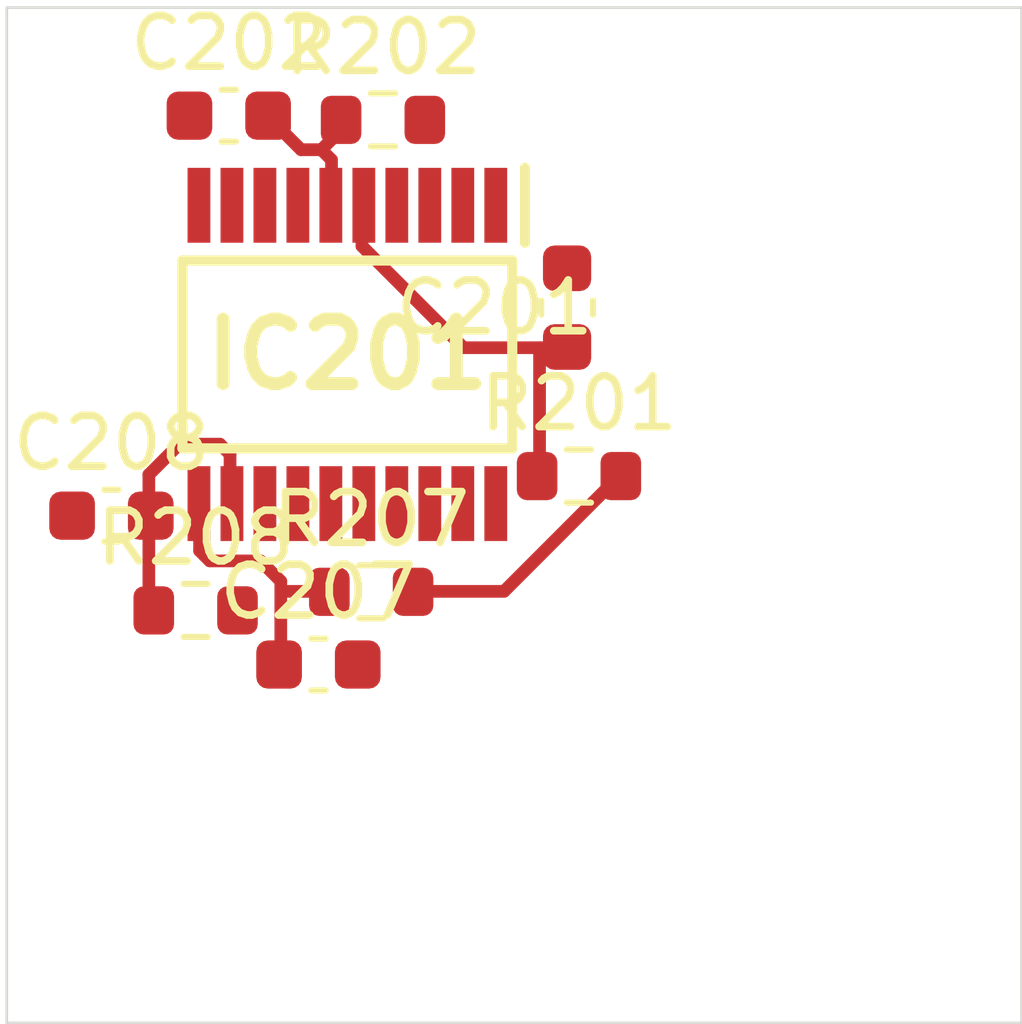
<source format=kicad_pcb>
 ( kicad_pcb  ( version 20171130 )
 ( host pcbnew 5.1.12-84ad8e8a86~92~ubuntu18.04.1 )
 ( general  ( thickness 1.6 )
 ( drawings 4 )
 ( tracks 0 )
 ( zones 0 )
 ( modules 9 )
 ( nets 19 )
)
 ( page A4 )
 ( layers  ( 0 F.Cu signal )
 ( 31 B.Cu signal )
 ( 32 B.Adhes user )
 ( 33 F.Adhes user )
 ( 34 B.Paste user )
 ( 35 F.Paste user )
 ( 36 B.SilkS user )
 ( 37 F.SilkS user )
 ( 38 B.Mask user )
 ( 39 F.Mask user )
 ( 40 Dwgs.User user )
 ( 41 Cmts.User user )
 ( 42 Eco1.User user )
 ( 43 Eco2.User user )
 ( 44 Edge.Cuts user )
 ( 45 Margin user )
 ( 46 B.CrtYd user )
 ( 47 F.CrtYd user )
 ( 48 B.Fab user )
 ( 49 F.Fab user )
)
 ( setup  ( last_trace_width 0.25 )
 ( trace_clearance 0.2 )
 ( zone_clearance 0.508 )
 ( zone_45_only no )
 ( trace_min 0.2 )
 ( via_size 0.8 )
 ( via_drill 0.4 )
 ( via_min_size 0.4 )
 ( via_min_drill 0.3 )
 ( uvia_size 0.3 )
 ( uvia_drill 0.1 )
 ( uvias_allowed no )
 ( uvia_min_size 0.2 )
 ( uvia_min_drill 0.1 )
 ( edge_width 0.05 )
 ( segment_width 0.2 )
 ( pcb_text_width 0.3 )
 ( pcb_text_size 1.5 1.5 )
 ( mod_edge_width 0.12 )
 ( mod_text_size 1 1 )
 ( mod_text_width 0.15 )
 ( pad_size 1.524 1.524 )
 ( pad_drill 0.762 )
 ( pad_to_mask_clearance 0 )
 ( aux_axis_origin 0 0 )
 ( visible_elements FFFFFF7F )
 ( pcbplotparams  ( layerselection 0x010fc_ffffffff )
 ( usegerberextensions false )
 ( usegerberattributes true )
 ( usegerberadvancedattributes true )
 ( creategerberjobfile true )
 ( excludeedgelayer true )
 ( linewidth 0.100000 )
 ( plotframeref false )
 ( viasonmask false )
 ( mode 1 )
 ( useauxorigin false )
 ( hpglpennumber 1 )
 ( hpglpenspeed 20 )
 ( hpglpendiameter 15.000000 )
 ( psnegative false )
 ( psa4output false )
 ( plotreference true )
 ( plotvalue true )
 ( plotinvisibletext false )
 ( padsonsilk false )
 ( subtractmaskfromsilk false )
 ( outputformat 1 )
 ( mirror false )
 ( drillshape 1 )
 ( scaleselection 1 )
 ( outputdirectory "" )
)
)
 ( net 0 "" )
 ( net 1 GND )
 ( net 2 /Sheet6235D886/ch0 )
 ( net 3 /Sheet6235D886/ch1 )
 ( net 4 /Sheet6235D886/ch2 )
 ( net 5 /Sheet6235D886/ch3 )
 ( net 6 /Sheet6235D886/ch4 )
 ( net 7 /Sheet6235D886/ch5 )
 ( net 8 /Sheet6235D886/ch6 )
 ( net 9 /Sheet6235D886/ch7 )
 ( net 10 VDD )
 ( net 11 VDDA )
 ( net 12 /Sheet6235D886/adc_csn )
 ( net 13 /Sheet6235D886/adc_sck )
 ( net 14 /Sheet6235D886/adc_sdi )
 ( net 15 /Sheet6235D886/adc_sdo )
 ( net 16 /Sheet6235D886/vp )
 ( net 17 /Sheet6248AD22/chn0 )
 ( net 18 /Sheet6248AD22/chn3 )
 ( net_class Default "This is the default net class."  ( clearance 0.2 )
 ( trace_width 0.25 )
 ( via_dia 0.8 )
 ( via_drill 0.4 )
 ( uvia_dia 0.3 )
 ( uvia_drill 0.1 )
 ( add_net /Sheet6235D886/adc_csn )
 ( add_net /Sheet6235D886/adc_sck )
 ( add_net /Sheet6235D886/adc_sdi )
 ( add_net /Sheet6235D886/adc_sdo )
 ( add_net /Sheet6235D886/ch0 )
 ( add_net /Sheet6235D886/ch1 )
 ( add_net /Sheet6235D886/ch2 )
 ( add_net /Sheet6235D886/ch3 )
 ( add_net /Sheet6235D886/ch4 )
 ( add_net /Sheet6235D886/ch5 )
 ( add_net /Sheet6235D886/ch6 )
 ( add_net /Sheet6235D886/ch7 )
 ( add_net /Sheet6235D886/vp )
 ( add_net /Sheet6248AD22/chn0 )
 ( add_net /Sheet6248AD22/chn3 )
 ( add_net GND )
 ( add_net VDD )
 ( add_net VDDA )
)
 ( module Capacitor_SMD:C_0603_1608Metric  ( layer F.Cu )
 ( tedit 5F68FEEE )
 ( tstamp 6234222D )
 ( at 91.042600 105.911000 90.000000 )
 ( descr "Capacitor SMD 0603 (1608 Metric), square (rectangular) end terminal, IPC_7351 nominal, (Body size source: IPC-SM-782 page 76, https://www.pcb-3d.com/wordpress/wp-content/uploads/ipc-sm-782a_amendment_1_and_2.pdf), generated with kicad-footprint-generator" )
 ( tags capacitor )
 ( path /6235D887/623691C5 )
 ( attr smd )
 ( fp_text reference C201  ( at 0 -1.43 )
 ( layer F.SilkS )
 ( effects  ( font  ( size 1 1 )
 ( thickness 0.15 )
)
)
)
 ( fp_text value 0.1uF  ( at 0 1.43 )
 ( layer F.Fab )
 ( effects  ( font  ( size 1 1 )
 ( thickness 0.15 )
)
)
)
 ( fp_line  ( start -0.8 0.4 )
 ( end -0.8 -0.4 )
 ( layer F.Fab )
 ( width 0.1 )
)
 ( fp_line  ( start -0.8 -0.4 )
 ( end 0.8 -0.4 )
 ( layer F.Fab )
 ( width 0.1 )
)
 ( fp_line  ( start 0.8 -0.4 )
 ( end 0.8 0.4 )
 ( layer F.Fab )
 ( width 0.1 )
)
 ( fp_line  ( start 0.8 0.4 )
 ( end -0.8 0.4 )
 ( layer F.Fab )
 ( width 0.1 )
)
 ( fp_line  ( start -0.14058 -0.51 )
 ( end 0.14058 -0.51 )
 ( layer F.SilkS )
 ( width 0.12 )
)
 ( fp_line  ( start -0.14058 0.51 )
 ( end 0.14058 0.51 )
 ( layer F.SilkS )
 ( width 0.12 )
)
 ( fp_line  ( start -1.48 0.73 )
 ( end -1.48 -0.73 )
 ( layer F.CrtYd )
 ( width 0.05 )
)
 ( fp_line  ( start -1.48 -0.73 )
 ( end 1.48 -0.73 )
 ( layer F.CrtYd )
 ( width 0.05 )
)
 ( fp_line  ( start 1.48 -0.73 )
 ( end 1.48 0.73 )
 ( layer F.CrtYd )
 ( width 0.05 )
)
 ( fp_line  ( start 1.48 0.73 )
 ( end -1.48 0.73 )
 ( layer F.CrtYd )
 ( width 0.05 )
)
 ( fp_text user %R  ( at 0 0 )
 ( layer F.Fab )
 ( effects  ( font  ( size 0.4 0.4 )
 ( thickness 0.06 )
)
)
)
 ( pad 2 smd roundrect  ( at 0.775 0 90.000000 )
 ( size 0.9 0.95 )
 ( layers F.Cu F.Mask F.Paste )
 ( roundrect_rratio 0.25 )
 ( net 1 GND )
)
 ( pad 1 smd roundrect  ( at -0.775 0 90.000000 )
 ( size 0.9 0.95 )
 ( layers F.Cu F.Mask F.Paste )
 ( roundrect_rratio 0.25 )
 ( net 2 /Sheet6235D886/ch0 )
)
 ( model ${KISYS3DMOD}/Capacitor_SMD.3dshapes/C_0603_1608Metric.wrl  ( at  ( xyz 0 0 0 )
)
 ( scale  ( xyz 1 1 1 )
)
 ( rotate  ( xyz 0 0 0 )
)
)
)
 ( module Capacitor_SMD:C_0603_1608Metric  ( layer F.Cu )
 ( tedit 5F68FEEE )
 ( tstamp 6234223E )
 ( at 84.374900 102.129000 )
 ( descr "Capacitor SMD 0603 (1608 Metric), square (rectangular) end terminal, IPC_7351 nominal, (Body size source: IPC-SM-782 page 76, https://www.pcb-3d.com/wordpress/wp-content/uploads/ipc-sm-782a_amendment_1_and_2.pdf), generated with kicad-footprint-generator" )
 ( tags capacitor )
 ( path /6235D887/62369EE0 )
 ( attr smd )
 ( fp_text reference C202  ( at 0 -1.43 )
 ( layer F.SilkS )
 ( effects  ( font  ( size 1 1 )
 ( thickness 0.15 )
)
)
)
 ( fp_text value 0.1uF  ( at 0 1.43 )
 ( layer F.Fab )
 ( effects  ( font  ( size 1 1 )
 ( thickness 0.15 )
)
)
)
 ( fp_line  ( start 1.48 0.73 )
 ( end -1.48 0.73 )
 ( layer F.CrtYd )
 ( width 0.05 )
)
 ( fp_line  ( start 1.48 -0.73 )
 ( end 1.48 0.73 )
 ( layer F.CrtYd )
 ( width 0.05 )
)
 ( fp_line  ( start -1.48 -0.73 )
 ( end 1.48 -0.73 )
 ( layer F.CrtYd )
 ( width 0.05 )
)
 ( fp_line  ( start -1.48 0.73 )
 ( end -1.48 -0.73 )
 ( layer F.CrtYd )
 ( width 0.05 )
)
 ( fp_line  ( start -0.14058 0.51 )
 ( end 0.14058 0.51 )
 ( layer F.SilkS )
 ( width 0.12 )
)
 ( fp_line  ( start -0.14058 -0.51 )
 ( end 0.14058 -0.51 )
 ( layer F.SilkS )
 ( width 0.12 )
)
 ( fp_line  ( start 0.8 0.4 )
 ( end -0.8 0.4 )
 ( layer F.Fab )
 ( width 0.1 )
)
 ( fp_line  ( start 0.8 -0.4 )
 ( end 0.8 0.4 )
 ( layer F.Fab )
 ( width 0.1 )
)
 ( fp_line  ( start -0.8 -0.4 )
 ( end 0.8 -0.4 )
 ( layer F.Fab )
 ( width 0.1 )
)
 ( fp_line  ( start -0.8 0.4 )
 ( end -0.8 -0.4 )
 ( layer F.Fab )
 ( width 0.1 )
)
 ( fp_text user %R  ( at 0 0 )
 ( layer F.Fab )
 ( effects  ( font  ( size 0.4 0.4 )
 ( thickness 0.06 )
)
)
)
 ( pad 1 smd roundrect  ( at -0.775 0 )
 ( size 0.9 0.95 )
 ( layers F.Cu F.Mask F.Paste )
 ( roundrect_rratio 0.25 )
 ( net 1 GND )
)
 ( pad 2 smd roundrect  ( at 0.775 0 )
 ( size 0.9 0.95 )
 ( layers F.Cu F.Mask F.Paste )
 ( roundrect_rratio 0.25 )
 ( net 3 /Sheet6235D886/ch1 )
)
 ( model ${KISYS3DMOD}/Capacitor_SMD.3dshapes/C_0603_1608Metric.wrl  ( at  ( xyz 0 0 0 )
)
 ( scale  ( xyz 1 1 1 )
)
 ( rotate  ( xyz 0 0 0 )
)
)
)
 ( module Capacitor_SMD:C_0603_1608Metric  ( layer F.Cu )
 ( tedit 5F68FEEE )
 ( tstamp 62342293 )
 ( at 86.141600 112.941000 )
 ( descr "Capacitor SMD 0603 (1608 Metric), square (rectangular) end terminal, IPC_7351 nominal, (Body size source: IPC-SM-782 page 76, https://www.pcb-3d.com/wordpress/wp-content/uploads/ipc-sm-782a_amendment_1_and_2.pdf), generated with kicad-footprint-generator" )
 ( tags capacitor )
 ( path /6235D887/6238B3FE )
 ( attr smd )
 ( fp_text reference C207  ( at 0 -1.43 )
 ( layer F.SilkS )
 ( effects  ( font  ( size 1 1 )
 ( thickness 0.15 )
)
)
)
 ( fp_text value 0.1uF  ( at 0 1.43 )
 ( layer F.Fab )
 ( effects  ( font  ( size 1 1 )
 ( thickness 0.15 )
)
)
)
 ( fp_line  ( start -0.8 0.4 )
 ( end -0.8 -0.4 )
 ( layer F.Fab )
 ( width 0.1 )
)
 ( fp_line  ( start -0.8 -0.4 )
 ( end 0.8 -0.4 )
 ( layer F.Fab )
 ( width 0.1 )
)
 ( fp_line  ( start 0.8 -0.4 )
 ( end 0.8 0.4 )
 ( layer F.Fab )
 ( width 0.1 )
)
 ( fp_line  ( start 0.8 0.4 )
 ( end -0.8 0.4 )
 ( layer F.Fab )
 ( width 0.1 )
)
 ( fp_line  ( start -0.14058 -0.51 )
 ( end 0.14058 -0.51 )
 ( layer F.SilkS )
 ( width 0.12 )
)
 ( fp_line  ( start -0.14058 0.51 )
 ( end 0.14058 0.51 )
 ( layer F.SilkS )
 ( width 0.12 )
)
 ( fp_line  ( start -1.48 0.73 )
 ( end -1.48 -0.73 )
 ( layer F.CrtYd )
 ( width 0.05 )
)
 ( fp_line  ( start -1.48 -0.73 )
 ( end 1.48 -0.73 )
 ( layer F.CrtYd )
 ( width 0.05 )
)
 ( fp_line  ( start 1.48 -0.73 )
 ( end 1.48 0.73 )
 ( layer F.CrtYd )
 ( width 0.05 )
)
 ( fp_line  ( start 1.48 0.73 )
 ( end -1.48 0.73 )
 ( layer F.CrtYd )
 ( width 0.05 )
)
 ( fp_text user %R  ( at 0 0 )
 ( layer F.Fab )
 ( effects  ( font  ( size 0.4 0.4 )
 ( thickness 0.06 )
)
)
)
 ( pad 2 smd roundrect  ( at 0.775 0 )
 ( size 0.9 0.95 )
 ( layers F.Cu F.Mask F.Paste )
 ( roundrect_rratio 0.25 )
 ( net 1 GND )
)
 ( pad 1 smd roundrect  ( at -0.775 0 )
 ( size 0.9 0.95 )
 ( layers F.Cu F.Mask F.Paste )
 ( roundrect_rratio 0.25 )
 ( net 8 /Sheet6235D886/ch6 )
)
 ( model ${KISYS3DMOD}/Capacitor_SMD.3dshapes/C_0603_1608Metric.wrl  ( at  ( xyz 0 0 0 )
)
 ( scale  ( xyz 1 1 1 )
)
 ( rotate  ( xyz 0 0 0 )
)
)
)
 ( module Capacitor_SMD:C_0603_1608Metric  ( layer F.Cu )
 ( tedit 5F68FEEE )
 ( tstamp 623422A4 )
 ( at 82.062500 110.009000 )
 ( descr "Capacitor SMD 0603 (1608 Metric), square (rectangular) end terminal, IPC_7351 nominal, (Body size source: IPC-SM-782 page 76, https://www.pcb-3d.com/wordpress/wp-content/uploads/ipc-sm-782a_amendment_1_and_2.pdf), generated with kicad-footprint-generator" )
 ( tags capacitor )
 ( path /6235D887/6238B404 )
 ( attr smd )
 ( fp_text reference C208  ( at 0 -1.43 )
 ( layer F.SilkS )
 ( effects  ( font  ( size 1 1 )
 ( thickness 0.15 )
)
)
)
 ( fp_text value 0.1uF  ( at 0 1.43 )
 ( layer F.Fab )
 ( effects  ( font  ( size 1 1 )
 ( thickness 0.15 )
)
)
)
 ( fp_line  ( start 1.48 0.73 )
 ( end -1.48 0.73 )
 ( layer F.CrtYd )
 ( width 0.05 )
)
 ( fp_line  ( start 1.48 -0.73 )
 ( end 1.48 0.73 )
 ( layer F.CrtYd )
 ( width 0.05 )
)
 ( fp_line  ( start -1.48 -0.73 )
 ( end 1.48 -0.73 )
 ( layer F.CrtYd )
 ( width 0.05 )
)
 ( fp_line  ( start -1.48 0.73 )
 ( end -1.48 -0.73 )
 ( layer F.CrtYd )
 ( width 0.05 )
)
 ( fp_line  ( start -0.14058 0.51 )
 ( end 0.14058 0.51 )
 ( layer F.SilkS )
 ( width 0.12 )
)
 ( fp_line  ( start -0.14058 -0.51 )
 ( end 0.14058 -0.51 )
 ( layer F.SilkS )
 ( width 0.12 )
)
 ( fp_line  ( start 0.8 0.4 )
 ( end -0.8 0.4 )
 ( layer F.Fab )
 ( width 0.1 )
)
 ( fp_line  ( start 0.8 -0.4 )
 ( end 0.8 0.4 )
 ( layer F.Fab )
 ( width 0.1 )
)
 ( fp_line  ( start -0.8 -0.4 )
 ( end 0.8 -0.4 )
 ( layer F.Fab )
 ( width 0.1 )
)
 ( fp_line  ( start -0.8 0.4 )
 ( end -0.8 -0.4 )
 ( layer F.Fab )
 ( width 0.1 )
)
 ( fp_text user %R  ( at 0 0 )
 ( layer F.Fab )
 ( effects  ( font  ( size 0.4 0.4 )
 ( thickness 0.06 )
)
)
)
 ( pad 1 smd roundrect  ( at -0.775 0 )
 ( size 0.9 0.95 )
 ( layers F.Cu F.Mask F.Paste )
 ( roundrect_rratio 0.25 )
 ( net 1 GND )
)
 ( pad 2 smd roundrect  ( at 0.775 0 )
 ( size 0.9 0.95 )
 ( layers F.Cu F.Mask F.Paste )
 ( roundrect_rratio 0.25 )
 ( net 9 /Sheet6235D886/ch7 )
)
 ( model ${KISYS3DMOD}/Capacitor_SMD.3dshapes/C_0603_1608Metric.wrl  ( at  ( xyz 0 0 0 )
)
 ( scale  ( xyz 1 1 1 )
)
 ( rotate  ( xyz 0 0 0 )
)
)
)
 ( module MCP3564R-E_ST:SOP65P640X120-20N locked  ( layer F.Cu )
 ( tedit 623351C2 )
 ( tstamp 623423D6 )
 ( at 86.712100 106.833000 270.000000 )
 ( descr "20-Lead Plastic Thin Shrink Small Outline (ST) - 4.4mm body [TSSOP]" )
 ( tags "Integrated Circuit" )
 ( path /6235D887/6235E071 )
 ( attr smd )
 ( fp_text reference IC201  ( at 0 0 )
 ( layer F.SilkS )
 ( effects  ( font  ( size 1.27 1.27 )
 ( thickness 0.254 )
)
)
)
 ( fp_text value MCP3564R-E_ST  ( at 0 0 )
 ( layer F.SilkS )
hide  ( effects  ( font  ( size 1.27 1.27 )
 ( thickness 0.254 )
)
)
)
 ( fp_line  ( start -3.925 -3.55 )
 ( end 3.925 -3.55 )
 ( layer Dwgs.User )
 ( width 0.05 )
)
 ( fp_line  ( start 3.925 -3.55 )
 ( end 3.925 3.55 )
 ( layer Dwgs.User )
 ( width 0.05 )
)
 ( fp_line  ( start 3.925 3.55 )
 ( end -3.925 3.55 )
 ( layer Dwgs.User )
 ( width 0.05 )
)
 ( fp_line  ( start -3.925 3.55 )
 ( end -3.925 -3.55 )
 ( layer Dwgs.User )
 ( width 0.05 )
)
 ( fp_line  ( start -2.2 -3.25 )
 ( end 2.2 -3.25 )
 ( layer Dwgs.User )
 ( width 0.1 )
)
 ( fp_line  ( start 2.2 -3.25 )
 ( end 2.2 3.25 )
 ( layer Dwgs.User )
 ( width 0.1 )
)
 ( fp_line  ( start 2.2 3.25 )
 ( end -2.2 3.25 )
 ( layer Dwgs.User )
 ( width 0.1 )
)
 ( fp_line  ( start -2.2 3.25 )
 ( end -2.2 -3.25 )
 ( layer Dwgs.User )
 ( width 0.1 )
)
 ( fp_line  ( start -2.2 -2.6 )
 ( end -1.55 -3.25 )
 ( layer Dwgs.User )
 ( width 0.1 )
)
 ( fp_line  ( start -1.85 -3.25 )
 ( end 1.85 -3.25 )
 ( layer F.SilkS )
 ( width 0.2 )
)
 ( fp_line  ( start 1.85 -3.25 )
 ( end 1.85 3.25 )
 ( layer F.SilkS )
 ( width 0.2 )
)
 ( fp_line  ( start 1.85 3.25 )
 ( end -1.85 3.25 )
 ( layer F.SilkS )
 ( width 0.2 )
)
 ( fp_line  ( start -1.85 3.25 )
 ( end -1.85 -3.25 )
 ( layer F.SilkS )
 ( width 0.2 )
)
 ( fp_line  ( start -3.675 -3.5 )
 ( end -2.2 -3.5 )
 ( layer F.SilkS )
 ( width 0.2 )
)
 ( pad 1 smd rect  ( at -2.938 -2.925 )
 ( size 0.45 1.475 )
 ( layers F.Cu F.Mask F.Paste )
 ( net 11 VDDA )
)
 ( pad 2 smd rect  ( at -2.938 -2.275 )
 ( size 0.45 1.475 )
 ( layers F.Cu F.Mask F.Paste )
 ( net 1 GND )
)
 ( pad 3 smd rect  ( at -2.938 -1.625 )
 ( size 0.45 1.475 )
 ( layers F.Cu F.Mask F.Paste )
 ( net 1 GND )
)
 ( pad 4 smd rect  ( at -2.938 -0.975 )
 ( size 0.45 1.475 )
 ( layers F.Cu F.Mask F.Paste )
)
 ( pad 5 smd rect  ( at -2.938 -0.325 )
 ( size 0.45 1.475 )
 ( layers F.Cu F.Mask F.Paste )
 ( net 2 /Sheet6235D886/ch0 )
)
 ( pad 6 smd rect  ( at -2.938 0.325 )
 ( size 0.45 1.475 )
 ( layers F.Cu F.Mask F.Paste )
 ( net 3 /Sheet6235D886/ch1 )
)
 ( pad 7 smd rect  ( at -2.938 0.975 )
 ( size 0.45 1.475 )
 ( layers F.Cu F.Mask F.Paste )
 ( net 4 /Sheet6235D886/ch2 )
)
 ( pad 8 smd rect  ( at -2.938 1.625 )
 ( size 0.45 1.475 )
 ( layers F.Cu F.Mask F.Paste )
 ( net 5 /Sheet6235D886/ch3 )
)
 ( pad 9 smd rect  ( at -2.938 2.275 )
 ( size 0.45 1.475 )
 ( layers F.Cu F.Mask F.Paste )
 ( net 6 /Sheet6235D886/ch4 )
)
 ( pad 10 smd rect  ( at -2.938 2.925 )
 ( size 0.45 1.475 )
 ( layers F.Cu F.Mask F.Paste )
 ( net 7 /Sheet6235D886/ch5 )
)
 ( pad 11 smd rect  ( at 2.938 2.925 )
 ( size 0.45 1.475 )
 ( layers F.Cu F.Mask F.Paste )
 ( net 8 /Sheet6235D886/ch6 )
)
 ( pad 12 smd rect  ( at 2.938 2.275 )
 ( size 0.45 1.475 )
 ( layers F.Cu F.Mask F.Paste )
 ( net 9 /Sheet6235D886/ch7 )
)
 ( pad 13 smd rect  ( at 2.938 1.625 )
 ( size 0.45 1.475 )
 ( layers F.Cu F.Mask F.Paste )
 ( net 12 /Sheet6235D886/adc_csn )
)
 ( pad 14 smd rect  ( at 2.938 0.975 )
 ( size 0.45 1.475 )
 ( layers F.Cu F.Mask F.Paste )
 ( net 13 /Sheet6235D886/adc_sck )
)
 ( pad 15 smd rect  ( at 2.938 0.325 )
 ( size 0.45 1.475 )
 ( layers F.Cu F.Mask F.Paste )
 ( net 14 /Sheet6235D886/adc_sdi )
)
 ( pad 16 smd rect  ( at 2.938 -0.325 )
 ( size 0.45 1.475 )
 ( layers F.Cu F.Mask F.Paste )
 ( net 15 /Sheet6235D886/adc_sdo )
)
 ( pad 17 smd rect  ( at 2.938 -0.975 )
 ( size 0.45 1.475 )
 ( layers F.Cu F.Mask F.Paste )
)
 ( pad 18 smd rect  ( at 2.938 -1.625 )
 ( size 0.45 1.475 )
 ( layers F.Cu F.Mask F.Paste )
)
 ( pad 19 smd rect  ( at 2.938 -2.275 )
 ( size 0.45 1.475 )
 ( layers F.Cu F.Mask F.Paste )
 ( net 1 GND )
)
 ( pad 20 smd rect  ( at 2.938 -2.925 )
 ( size 0.45 1.475 )
 ( layers F.Cu F.Mask F.Paste )
 ( net 10 VDD )
)
)
 ( module Resistor_SMD:R_0603_1608Metric  ( layer F.Cu )
 ( tedit 5F68FEEE )
 ( tstamp 6234250D )
 ( at 91.276800 109.229000 )
 ( descr "Resistor SMD 0603 (1608 Metric), square (rectangular) end terminal, IPC_7351 nominal, (Body size source: IPC-SM-782 page 72, https://www.pcb-3d.com/wordpress/wp-content/uploads/ipc-sm-782a_amendment_1_and_2.pdf), generated with kicad-footprint-generator" )
 ( tags resistor )
 ( path /6235D887/623641B7 )
 ( attr smd )
 ( fp_text reference R201  ( at 0 -1.43 )
 ( layer F.SilkS )
 ( effects  ( font  ( size 1 1 )
 ( thickness 0.15 )
)
)
)
 ( fp_text value 1k  ( at 0 1.43 )
 ( layer F.Fab )
 ( effects  ( font  ( size 1 1 )
 ( thickness 0.15 )
)
)
)
 ( fp_line  ( start -0.8 0.4125 )
 ( end -0.8 -0.4125 )
 ( layer F.Fab )
 ( width 0.1 )
)
 ( fp_line  ( start -0.8 -0.4125 )
 ( end 0.8 -0.4125 )
 ( layer F.Fab )
 ( width 0.1 )
)
 ( fp_line  ( start 0.8 -0.4125 )
 ( end 0.8 0.4125 )
 ( layer F.Fab )
 ( width 0.1 )
)
 ( fp_line  ( start 0.8 0.4125 )
 ( end -0.8 0.4125 )
 ( layer F.Fab )
 ( width 0.1 )
)
 ( fp_line  ( start -0.237258 -0.5225 )
 ( end 0.237258 -0.5225 )
 ( layer F.SilkS )
 ( width 0.12 )
)
 ( fp_line  ( start -0.237258 0.5225 )
 ( end 0.237258 0.5225 )
 ( layer F.SilkS )
 ( width 0.12 )
)
 ( fp_line  ( start -1.48 0.73 )
 ( end -1.48 -0.73 )
 ( layer F.CrtYd )
 ( width 0.05 )
)
 ( fp_line  ( start -1.48 -0.73 )
 ( end 1.48 -0.73 )
 ( layer F.CrtYd )
 ( width 0.05 )
)
 ( fp_line  ( start 1.48 -0.73 )
 ( end 1.48 0.73 )
 ( layer F.CrtYd )
 ( width 0.05 )
)
 ( fp_line  ( start 1.48 0.73 )
 ( end -1.48 0.73 )
 ( layer F.CrtYd )
 ( width 0.05 )
)
 ( fp_text user %R  ( at 0 0 )
 ( layer F.Fab )
 ( effects  ( font  ( size 0.4 0.4 )
 ( thickness 0.06 )
)
)
)
 ( pad 2 smd roundrect  ( at 0.825 0 )
 ( size 0.8 0.95 )
 ( layers F.Cu F.Mask F.Paste )
 ( roundrect_rratio 0.25 )
 ( net 16 /Sheet6235D886/vp )
)
 ( pad 1 smd roundrect  ( at -0.825 0 )
 ( size 0.8 0.95 )
 ( layers F.Cu F.Mask F.Paste )
 ( roundrect_rratio 0.25 )
 ( net 2 /Sheet6235D886/ch0 )
)
 ( model ${KISYS3DMOD}/Resistor_SMD.3dshapes/R_0603_1608Metric.wrl  ( at  ( xyz 0 0 0 )
)
 ( scale  ( xyz 1 1 1 )
)
 ( rotate  ( xyz 0 0 0 )
)
)
)
 ( module Resistor_SMD:R_0603_1608Metric  ( layer F.Cu )
 ( tedit 5F68FEEE )
 ( tstamp 6234251E )
 ( at 87.413700 102.212000 )
 ( descr "Resistor SMD 0603 (1608 Metric), square (rectangular) end terminal, IPC_7351 nominal, (Body size source: IPC-SM-782 page 72, https://www.pcb-3d.com/wordpress/wp-content/uploads/ipc-sm-782a_amendment_1_and_2.pdf), generated with kicad-footprint-generator" )
 ( tags resistor )
 ( path /6235D887/6236A646 )
 ( attr smd )
 ( fp_text reference R202  ( at 0 -1.43 )
 ( layer F.SilkS )
 ( effects  ( font  ( size 1 1 )
 ( thickness 0.15 )
)
)
)
 ( fp_text value 1k  ( at 0 1.43 )
 ( layer F.Fab )
 ( effects  ( font  ( size 1 1 )
 ( thickness 0.15 )
)
)
)
 ( fp_line  ( start 1.48 0.73 )
 ( end -1.48 0.73 )
 ( layer F.CrtYd )
 ( width 0.05 )
)
 ( fp_line  ( start 1.48 -0.73 )
 ( end 1.48 0.73 )
 ( layer F.CrtYd )
 ( width 0.05 )
)
 ( fp_line  ( start -1.48 -0.73 )
 ( end 1.48 -0.73 )
 ( layer F.CrtYd )
 ( width 0.05 )
)
 ( fp_line  ( start -1.48 0.73 )
 ( end -1.48 -0.73 )
 ( layer F.CrtYd )
 ( width 0.05 )
)
 ( fp_line  ( start -0.237258 0.5225 )
 ( end 0.237258 0.5225 )
 ( layer F.SilkS )
 ( width 0.12 )
)
 ( fp_line  ( start -0.237258 -0.5225 )
 ( end 0.237258 -0.5225 )
 ( layer F.SilkS )
 ( width 0.12 )
)
 ( fp_line  ( start 0.8 0.4125 )
 ( end -0.8 0.4125 )
 ( layer F.Fab )
 ( width 0.1 )
)
 ( fp_line  ( start 0.8 -0.4125 )
 ( end 0.8 0.4125 )
 ( layer F.Fab )
 ( width 0.1 )
)
 ( fp_line  ( start -0.8 -0.4125 )
 ( end 0.8 -0.4125 )
 ( layer F.Fab )
 ( width 0.1 )
)
 ( fp_line  ( start -0.8 0.4125 )
 ( end -0.8 -0.4125 )
 ( layer F.Fab )
 ( width 0.1 )
)
 ( fp_text user %R  ( at 0 0 )
 ( layer F.Fab )
 ( effects  ( font  ( size 0.4 0.4 )
 ( thickness 0.06 )
)
)
)
 ( pad 1 smd roundrect  ( at -0.825 0 )
 ( size 0.8 0.95 )
 ( layers F.Cu F.Mask F.Paste )
 ( roundrect_rratio 0.25 )
 ( net 3 /Sheet6235D886/ch1 )
)
 ( pad 2 smd roundrect  ( at 0.825 0 )
 ( size 0.8 0.95 )
 ( layers F.Cu F.Mask F.Paste )
 ( roundrect_rratio 0.25 )
 ( net 17 /Sheet6248AD22/chn0 )
)
 ( model ${KISYS3DMOD}/Resistor_SMD.3dshapes/R_0603_1608Metric.wrl  ( at  ( xyz 0 0 0 )
)
 ( scale  ( xyz 1 1 1 )
)
 ( rotate  ( xyz 0 0 0 )
)
)
)
 ( module Resistor_SMD:R_0603_1608Metric  ( layer F.Cu )
 ( tedit 5F68FEEE )
 ( tstamp 62342573 )
 ( at 87.182100 111.509000 )
 ( descr "Resistor SMD 0603 (1608 Metric), square (rectangular) end terminal, IPC_7351 nominal, (Body size source: IPC-SM-782 page 72, https://www.pcb-3d.com/wordpress/wp-content/uploads/ipc-sm-782a_amendment_1_and_2.pdf), generated with kicad-footprint-generator" )
 ( tags resistor )
 ( path /6235D887/6238B3F8 )
 ( attr smd )
 ( fp_text reference R207  ( at 0 -1.43 )
 ( layer F.SilkS )
 ( effects  ( font  ( size 1 1 )
 ( thickness 0.15 )
)
)
)
 ( fp_text value 1k  ( at 0 1.43 )
 ( layer F.Fab )
 ( effects  ( font  ( size 1 1 )
 ( thickness 0.15 )
)
)
)
 ( fp_line  ( start -0.8 0.4125 )
 ( end -0.8 -0.4125 )
 ( layer F.Fab )
 ( width 0.1 )
)
 ( fp_line  ( start -0.8 -0.4125 )
 ( end 0.8 -0.4125 )
 ( layer F.Fab )
 ( width 0.1 )
)
 ( fp_line  ( start 0.8 -0.4125 )
 ( end 0.8 0.4125 )
 ( layer F.Fab )
 ( width 0.1 )
)
 ( fp_line  ( start 0.8 0.4125 )
 ( end -0.8 0.4125 )
 ( layer F.Fab )
 ( width 0.1 )
)
 ( fp_line  ( start -0.237258 -0.5225 )
 ( end 0.237258 -0.5225 )
 ( layer F.SilkS )
 ( width 0.12 )
)
 ( fp_line  ( start -0.237258 0.5225 )
 ( end 0.237258 0.5225 )
 ( layer F.SilkS )
 ( width 0.12 )
)
 ( fp_line  ( start -1.48 0.73 )
 ( end -1.48 -0.73 )
 ( layer F.CrtYd )
 ( width 0.05 )
)
 ( fp_line  ( start -1.48 -0.73 )
 ( end 1.48 -0.73 )
 ( layer F.CrtYd )
 ( width 0.05 )
)
 ( fp_line  ( start 1.48 -0.73 )
 ( end 1.48 0.73 )
 ( layer F.CrtYd )
 ( width 0.05 )
)
 ( fp_line  ( start 1.48 0.73 )
 ( end -1.48 0.73 )
 ( layer F.CrtYd )
 ( width 0.05 )
)
 ( fp_text user %R  ( at 0 0 )
 ( layer F.Fab )
 ( effects  ( font  ( size 0.4 0.4 )
 ( thickness 0.06 )
)
)
)
 ( pad 2 smd roundrect  ( at 0.825 0 )
 ( size 0.8 0.95 )
 ( layers F.Cu F.Mask F.Paste )
 ( roundrect_rratio 0.25 )
 ( net 16 /Sheet6235D886/vp )
)
 ( pad 1 smd roundrect  ( at -0.825 0 )
 ( size 0.8 0.95 )
 ( layers F.Cu F.Mask F.Paste )
 ( roundrect_rratio 0.25 )
 ( net 8 /Sheet6235D886/ch6 )
)
 ( model ${KISYS3DMOD}/Resistor_SMD.3dshapes/R_0603_1608Metric.wrl  ( at  ( xyz 0 0 0 )
)
 ( scale  ( xyz 1 1 1 )
)
 ( rotate  ( xyz 0 0 0 )
)
)
)
 ( module Resistor_SMD:R_0603_1608Metric  ( layer F.Cu )
 ( tedit 5F68FEEE )
 ( tstamp 62342584 )
 ( at 83.721700 111.875000 )
 ( descr "Resistor SMD 0603 (1608 Metric), square (rectangular) end terminal, IPC_7351 nominal, (Body size source: IPC-SM-782 page 72, https://www.pcb-3d.com/wordpress/wp-content/uploads/ipc-sm-782a_amendment_1_and_2.pdf), generated with kicad-footprint-generator" )
 ( tags resistor )
 ( path /6235D887/6238B40A )
 ( attr smd )
 ( fp_text reference R208  ( at 0 -1.43 )
 ( layer F.SilkS )
 ( effects  ( font  ( size 1 1 )
 ( thickness 0.15 )
)
)
)
 ( fp_text value 1k  ( at 0 1.43 )
 ( layer F.Fab )
 ( effects  ( font  ( size 1 1 )
 ( thickness 0.15 )
)
)
)
 ( fp_line  ( start 1.48 0.73 )
 ( end -1.48 0.73 )
 ( layer F.CrtYd )
 ( width 0.05 )
)
 ( fp_line  ( start 1.48 -0.73 )
 ( end 1.48 0.73 )
 ( layer F.CrtYd )
 ( width 0.05 )
)
 ( fp_line  ( start -1.48 -0.73 )
 ( end 1.48 -0.73 )
 ( layer F.CrtYd )
 ( width 0.05 )
)
 ( fp_line  ( start -1.48 0.73 )
 ( end -1.48 -0.73 )
 ( layer F.CrtYd )
 ( width 0.05 )
)
 ( fp_line  ( start -0.237258 0.5225 )
 ( end 0.237258 0.5225 )
 ( layer F.SilkS )
 ( width 0.12 )
)
 ( fp_line  ( start -0.237258 -0.5225 )
 ( end 0.237258 -0.5225 )
 ( layer F.SilkS )
 ( width 0.12 )
)
 ( fp_line  ( start 0.8 0.4125 )
 ( end -0.8 0.4125 )
 ( layer F.Fab )
 ( width 0.1 )
)
 ( fp_line  ( start 0.8 -0.4125 )
 ( end 0.8 0.4125 )
 ( layer F.Fab )
 ( width 0.1 )
)
 ( fp_line  ( start -0.8 -0.4125 )
 ( end 0.8 -0.4125 )
 ( layer F.Fab )
 ( width 0.1 )
)
 ( fp_line  ( start -0.8 0.4125 )
 ( end -0.8 -0.4125 )
 ( layer F.Fab )
 ( width 0.1 )
)
 ( fp_text user %R  ( at 0 0 )
 ( layer F.Fab )
 ( effects  ( font  ( size 0.4 0.4 )
 ( thickness 0.06 )
)
)
)
 ( pad 1 smd roundrect  ( at -0.825 0 )
 ( size 0.8 0.95 )
 ( layers F.Cu F.Mask F.Paste )
 ( roundrect_rratio 0.25 )
 ( net 9 /Sheet6235D886/ch7 )
)
 ( pad 2 smd roundrect  ( at 0.825 0 )
 ( size 0.8 0.95 )
 ( layers F.Cu F.Mask F.Paste )
 ( roundrect_rratio 0.25 )
 ( net 18 /Sheet6248AD22/chn3 )
)
 ( model ${KISYS3DMOD}/Resistor_SMD.3dshapes/R_0603_1608Metric.wrl  ( at  ( xyz 0 0 0 )
)
 ( scale  ( xyz 1 1 1 )
)
 ( rotate  ( xyz 0 0 0 )
)
)
)
 ( gr_line  ( start 100 100 )
 ( end 100 120 )
 ( layer Edge.Cuts )
 ( width 0.05 )
 ( tstamp 62E770C4 )
)
 ( gr_line  ( start 80 120 )
 ( end 100 120 )
 ( layer Edge.Cuts )
 ( width 0.05 )
 ( tstamp 62E770C0 )
)
 ( gr_line  ( start 80 100 )
 ( end 100 100 )
 ( layer Edge.Cuts )
 ( width 0.05 )
 ( tstamp 6234110C )
)
 ( gr_line  ( start 80 100 )
 ( end 80 120 )
 ( layer Edge.Cuts )
 ( width 0.05 )
)
 ( segment  ( start 87.000001 103.900002 )
 ( end 87.000001 104.700002 )
 ( width 0.250000 )
 ( layer F.Cu )
 ( net 2 )
)
 ( segment  ( start 87.000001 104.700002 )
 ( end 89.000001 106.700002 )
 ( width 0.250000 )
 ( layer F.Cu )
 ( net 2 )
)
 ( segment  ( start 89.000001 106.700002 )
 ( end 91.000001 106.700002 )
 ( width 0.250000 )
 ( layer F.Cu )
 ( net 2 )
)
 ( segment  ( start 90.500001 109.200002 )
 ( end 90.500001 106.700002 )
 ( width 0.250000 )
 ( layer F.Cu )
 ( net 2 )
)
 ( segment  ( start 86.400001 103.900002 )
 ( end 86.400001 103.000002 )
 ( width 0.250000 )
 ( layer F.Cu )
 ( net 3 )
)
 ( segment  ( start 86.400001 103.000002 )
 ( end 86.200001 102.800002 )
 ( width 0.250000 )
 ( layer F.Cu )
 ( net 3 )
)
 ( segment  ( start 86.200001 102.800002 )
 ( end 85.800001 102.800002 )
 ( width 0.250000 )
 ( layer F.Cu )
 ( net 3 )
)
 ( segment  ( start 85.800001 102.800002 )
 ( end 85.100001 102.100002 )
 ( width 0.250000 )
 ( layer F.Cu )
 ( net 3 )
)
 ( segment  ( start 86.600001 102.200002 )
 ( end 86.600001 102.400002 )
 ( width 0.250000 )
 ( layer F.Cu )
 ( net 3 )
)
 ( segment  ( start 86.600001 102.400002 )
 ( end 86.200001 102.800002 )
 ( width 0.250000 )
 ( layer F.Cu )
 ( net 3 )
)
 ( segment  ( start 83.800001 109.800002 )
 ( end 83.800001 110.700002 )
 ( width 0.250000 )
 ( layer F.Cu )
 ( net 8 )
)
 ( segment  ( start 83.800001 110.700002 )
 ( end 84.000001 110.900002 )
 ( width 0.250000 )
 ( layer F.Cu )
 ( net 8 )
)
 ( segment  ( start 84.000001 110.900002 )
 ( end 85.000001 110.900002 )
 ( width 0.250000 )
 ( layer F.Cu )
 ( net 8 )
)
 ( segment  ( start 85.000001 110.900002 )
 ( end 85.400001 111.300002 )
 ( width 0.250000 )
 ( layer F.Cu )
 ( net 8 )
)
 ( segment  ( start 85.400001 111.300002 )
 ( end 85.400001 112.900002 )
 ( width 0.250000 )
 ( layer F.Cu )
 ( net 8 )
)
 ( segment  ( start 86.400001 111.500002 )
 ( end 85.400001 111.500002 )
 ( width 0.250000 )
 ( layer F.Cu )
 ( net 8 )
)
 ( segment  ( start 84.400001 109.800002 )
 ( end 84.400001 108.800002 )
 ( width 0.250000 )
 ( layer F.Cu )
 ( net 9 )
)
 ( segment  ( start 84.400001 108.800002 )
 ( end 84.200001 108.600002 )
 ( width 0.250000 )
 ( layer F.Cu )
 ( net 9 )
)
 ( segment  ( start 84.200001 108.600002 )
 ( end 83.400001 108.600002 )
 ( width 0.250000 )
 ( layer F.Cu )
 ( net 9 )
)
 ( segment  ( start 83.400001 108.600002 )
 ( end 82.800001 109.200002 )
 ( width 0.250000 )
 ( layer F.Cu )
 ( net 9 )
)
 ( segment  ( start 82.800001 109.200002 )
 ( end 82.800001 110.000002 )
 ( width 0.250000 )
 ( layer F.Cu )
 ( net 9 )
)
 ( segment  ( start 82.900001 111.900002 )
 ( end 82.800001 111.800002 )
 ( width 0.250000 )
 ( layer F.Cu )
 ( net 9 )
)
 ( segment  ( start 82.800001 111.800002 )
 ( end 82.800001 110.000002 )
 ( width 0.250000 )
 ( layer F.Cu )
 ( net 9 )
)
 ( segment  ( start 88.000001 111.500002 )
 ( end 89.800001 111.500002 )
 ( width 0.250000 )
 ( layer F.Cu )
 ( net 16 )
)
 ( segment  ( start 89.800001 111.500002 )
 ( end 92.100001 109.200002 )
 ( width 0.250000 )
 ( layer F.Cu )
 ( net 16 )
)
)

</source>
